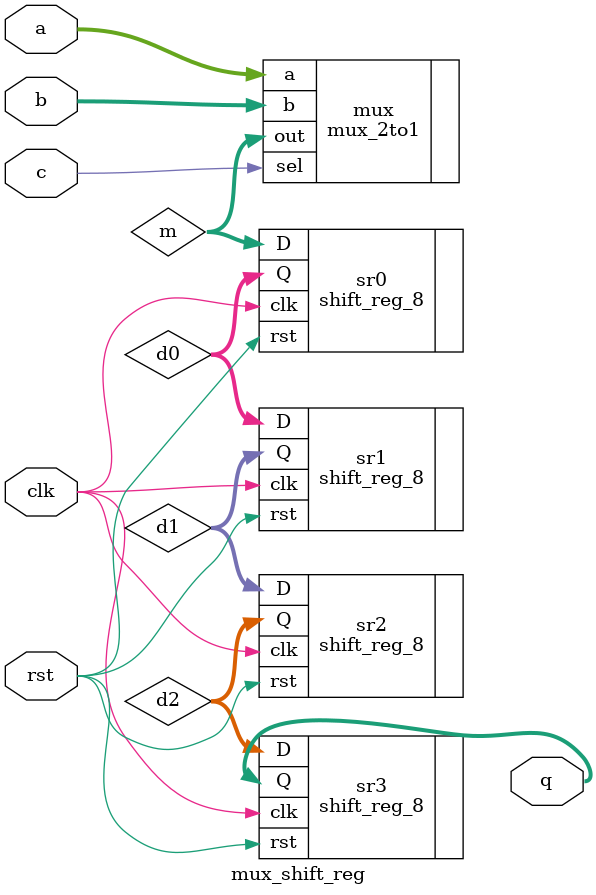
<source format=v>
`timescale 1ns / 1ps


module mux_shift_reg(
    input [7:0] a,
    input [7:0] b,
    input c,
    input clk,
    input rst,
    output [7:0] q
    );

wire [7:0] m, d0, d1, d2;

mux_2to1 mux(.a(a), .b(b), .sel(c), .out(m));
shift_reg_8 sr0(.D(m), .clk(clk), .rst(rst), .Q(d0));
shift_reg_8 sr1(.D(d0), .clk(clk), .rst(rst), .Q(d1));
shift_reg_8 sr2(.D(d1), .clk(clk), .rst(rst), .Q(d2));
shift_reg_8 sr3(.D(d2), .clk(clk), .rst(rst), .Q(q));

endmodule

</source>
